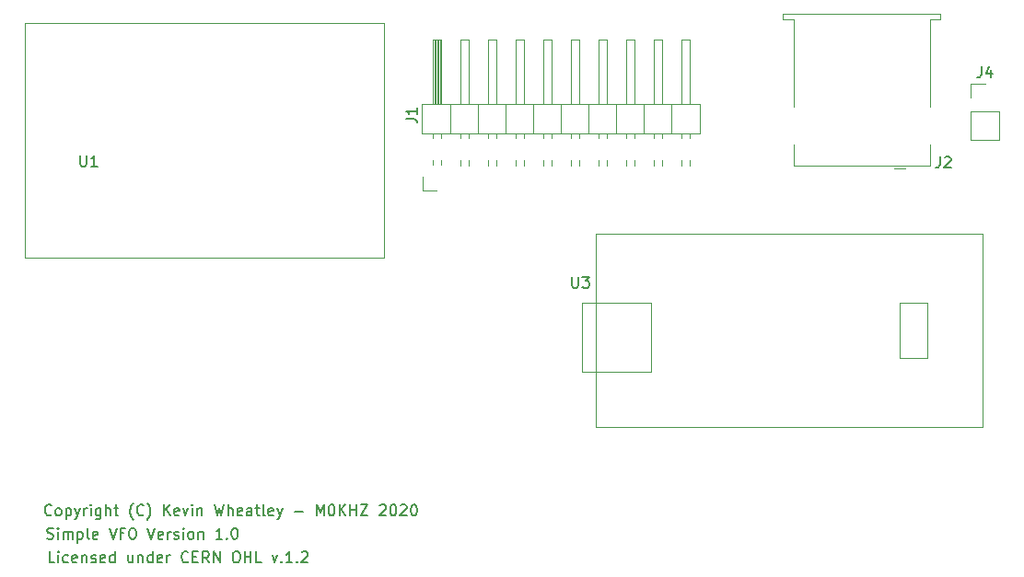
<source format=gto>
G04 #@! TF.GenerationSoftware,KiCad,Pcbnew,(5.1.4-0)*
G04 #@! TF.CreationDate,2020-04-06T12:50:51+01:00*
G04 #@! TF.ProjectId,Simple_VFO,53696d70-6c65-45f5-9646-4f2e6b696361,rev?*
G04 #@! TF.SameCoordinates,Original*
G04 #@! TF.FileFunction,Legend,Top*
G04 #@! TF.FilePolarity,Positive*
%FSLAX46Y46*%
G04 Gerber Fmt 4.6, Leading zero omitted, Abs format (unit mm)*
G04 Created by KiCad (PCBNEW (5.1.4-0)) date 2020-04-06 12:50:51*
%MOMM*%
%LPD*%
G04 APERTURE LIST*
%ADD10C,0.150000*%
%ADD11C,0.120000*%
G04 APERTURE END LIST*
D10*
X35228047Y-150185380D02*
X34751857Y-150185380D01*
X34751857Y-149185380D01*
X35561380Y-150185380D02*
X35561380Y-149518714D01*
X35561380Y-149185380D02*
X35513761Y-149233000D01*
X35561380Y-149280619D01*
X35609000Y-149233000D01*
X35561380Y-149185380D01*
X35561380Y-149280619D01*
X36466142Y-150137761D02*
X36370904Y-150185380D01*
X36180428Y-150185380D01*
X36085190Y-150137761D01*
X36037571Y-150090142D01*
X35989952Y-149994904D01*
X35989952Y-149709190D01*
X36037571Y-149613952D01*
X36085190Y-149566333D01*
X36180428Y-149518714D01*
X36370904Y-149518714D01*
X36466142Y-149566333D01*
X37275666Y-150137761D02*
X37180428Y-150185380D01*
X36989952Y-150185380D01*
X36894714Y-150137761D01*
X36847095Y-150042523D01*
X36847095Y-149661571D01*
X36894714Y-149566333D01*
X36989952Y-149518714D01*
X37180428Y-149518714D01*
X37275666Y-149566333D01*
X37323285Y-149661571D01*
X37323285Y-149756809D01*
X36847095Y-149852047D01*
X37751857Y-149518714D02*
X37751857Y-150185380D01*
X37751857Y-149613952D02*
X37799476Y-149566333D01*
X37894714Y-149518714D01*
X38037571Y-149518714D01*
X38132809Y-149566333D01*
X38180428Y-149661571D01*
X38180428Y-150185380D01*
X38609000Y-150137761D02*
X38704238Y-150185380D01*
X38894714Y-150185380D01*
X38989952Y-150137761D01*
X39037571Y-150042523D01*
X39037571Y-149994904D01*
X38989952Y-149899666D01*
X38894714Y-149852047D01*
X38751857Y-149852047D01*
X38656619Y-149804428D01*
X38609000Y-149709190D01*
X38609000Y-149661571D01*
X38656619Y-149566333D01*
X38751857Y-149518714D01*
X38894714Y-149518714D01*
X38989952Y-149566333D01*
X39847095Y-150137761D02*
X39751857Y-150185380D01*
X39561380Y-150185380D01*
X39466142Y-150137761D01*
X39418523Y-150042523D01*
X39418523Y-149661571D01*
X39466142Y-149566333D01*
X39561380Y-149518714D01*
X39751857Y-149518714D01*
X39847095Y-149566333D01*
X39894714Y-149661571D01*
X39894714Y-149756809D01*
X39418523Y-149852047D01*
X40751857Y-150185380D02*
X40751857Y-149185380D01*
X40751857Y-150137761D02*
X40656619Y-150185380D01*
X40466142Y-150185380D01*
X40370904Y-150137761D01*
X40323285Y-150090142D01*
X40275666Y-149994904D01*
X40275666Y-149709190D01*
X40323285Y-149613952D01*
X40370904Y-149566333D01*
X40466142Y-149518714D01*
X40656619Y-149518714D01*
X40751857Y-149566333D01*
X42418523Y-149518714D02*
X42418523Y-150185380D01*
X41989952Y-149518714D02*
X41989952Y-150042523D01*
X42037571Y-150137761D01*
X42132809Y-150185380D01*
X42275666Y-150185380D01*
X42370904Y-150137761D01*
X42418523Y-150090142D01*
X42894714Y-149518714D02*
X42894714Y-150185380D01*
X42894714Y-149613952D02*
X42942333Y-149566333D01*
X43037571Y-149518714D01*
X43180428Y-149518714D01*
X43275666Y-149566333D01*
X43323285Y-149661571D01*
X43323285Y-150185380D01*
X44228047Y-150185380D02*
X44228047Y-149185380D01*
X44228047Y-150137761D02*
X44132809Y-150185380D01*
X43942333Y-150185380D01*
X43847095Y-150137761D01*
X43799476Y-150090142D01*
X43751857Y-149994904D01*
X43751857Y-149709190D01*
X43799476Y-149613952D01*
X43847095Y-149566333D01*
X43942333Y-149518714D01*
X44132809Y-149518714D01*
X44228047Y-149566333D01*
X45085190Y-150137761D02*
X44989952Y-150185380D01*
X44799476Y-150185380D01*
X44704238Y-150137761D01*
X44656619Y-150042523D01*
X44656619Y-149661571D01*
X44704238Y-149566333D01*
X44799476Y-149518714D01*
X44989952Y-149518714D01*
X45085190Y-149566333D01*
X45132809Y-149661571D01*
X45132809Y-149756809D01*
X44656619Y-149852047D01*
X45561380Y-150185380D02*
X45561380Y-149518714D01*
X45561380Y-149709190D02*
X45609000Y-149613952D01*
X45656619Y-149566333D01*
X45751857Y-149518714D01*
X45847095Y-149518714D01*
X47513761Y-150090142D02*
X47466142Y-150137761D01*
X47323285Y-150185380D01*
X47228047Y-150185380D01*
X47085190Y-150137761D01*
X46989952Y-150042523D01*
X46942333Y-149947285D01*
X46894714Y-149756809D01*
X46894714Y-149613952D01*
X46942333Y-149423476D01*
X46989952Y-149328238D01*
X47085190Y-149233000D01*
X47228047Y-149185380D01*
X47323285Y-149185380D01*
X47466142Y-149233000D01*
X47513761Y-149280619D01*
X47942333Y-149661571D02*
X48275666Y-149661571D01*
X48418523Y-150185380D02*
X47942333Y-150185380D01*
X47942333Y-149185380D01*
X48418523Y-149185380D01*
X49418523Y-150185380D02*
X49085190Y-149709190D01*
X48847095Y-150185380D02*
X48847095Y-149185380D01*
X49228047Y-149185380D01*
X49323285Y-149233000D01*
X49370904Y-149280619D01*
X49418523Y-149375857D01*
X49418523Y-149518714D01*
X49370904Y-149613952D01*
X49323285Y-149661571D01*
X49228047Y-149709190D01*
X48847095Y-149709190D01*
X49847095Y-150185380D02*
X49847095Y-149185380D01*
X50418523Y-150185380D01*
X50418523Y-149185380D01*
X51847095Y-149185380D02*
X52037571Y-149185380D01*
X52132809Y-149233000D01*
X52228047Y-149328238D01*
X52275666Y-149518714D01*
X52275666Y-149852047D01*
X52228047Y-150042523D01*
X52132809Y-150137761D01*
X52037571Y-150185380D01*
X51847095Y-150185380D01*
X51751857Y-150137761D01*
X51656619Y-150042523D01*
X51609000Y-149852047D01*
X51609000Y-149518714D01*
X51656619Y-149328238D01*
X51751857Y-149233000D01*
X51847095Y-149185380D01*
X52704238Y-150185380D02*
X52704238Y-149185380D01*
X52704238Y-149661571D02*
X53275666Y-149661571D01*
X53275666Y-150185380D02*
X53275666Y-149185380D01*
X54228047Y-150185380D02*
X53751857Y-150185380D01*
X53751857Y-149185380D01*
X55228047Y-149518714D02*
X55466142Y-150185380D01*
X55704238Y-149518714D01*
X56085190Y-150090142D02*
X56132809Y-150137761D01*
X56085190Y-150185380D01*
X56037571Y-150137761D01*
X56085190Y-150090142D01*
X56085190Y-150185380D01*
X57085190Y-150185380D02*
X56513761Y-150185380D01*
X56799476Y-150185380D02*
X56799476Y-149185380D01*
X56704238Y-149328238D01*
X56609000Y-149423476D01*
X56513761Y-149471095D01*
X57513761Y-150090142D02*
X57561380Y-150137761D01*
X57513761Y-150185380D01*
X57466142Y-150137761D01*
X57513761Y-150090142D01*
X57513761Y-150185380D01*
X57942333Y-149280619D02*
X57989952Y-149233000D01*
X58085190Y-149185380D01*
X58323285Y-149185380D01*
X58418523Y-149233000D01*
X58466142Y-149280619D01*
X58513761Y-149375857D01*
X58513761Y-149471095D01*
X58466142Y-149613952D01*
X57894714Y-150185380D01*
X58513761Y-150185380D01*
X34545095Y-147978761D02*
X34687952Y-148026380D01*
X34926047Y-148026380D01*
X35021285Y-147978761D01*
X35068904Y-147931142D01*
X35116523Y-147835904D01*
X35116523Y-147740666D01*
X35068904Y-147645428D01*
X35021285Y-147597809D01*
X34926047Y-147550190D01*
X34735571Y-147502571D01*
X34640333Y-147454952D01*
X34592714Y-147407333D01*
X34545095Y-147312095D01*
X34545095Y-147216857D01*
X34592714Y-147121619D01*
X34640333Y-147074000D01*
X34735571Y-147026380D01*
X34973666Y-147026380D01*
X35116523Y-147074000D01*
X35545095Y-148026380D02*
X35545095Y-147359714D01*
X35545095Y-147026380D02*
X35497476Y-147074000D01*
X35545095Y-147121619D01*
X35592714Y-147074000D01*
X35545095Y-147026380D01*
X35545095Y-147121619D01*
X36021285Y-148026380D02*
X36021285Y-147359714D01*
X36021285Y-147454952D02*
X36068904Y-147407333D01*
X36164142Y-147359714D01*
X36307000Y-147359714D01*
X36402238Y-147407333D01*
X36449857Y-147502571D01*
X36449857Y-148026380D01*
X36449857Y-147502571D02*
X36497476Y-147407333D01*
X36592714Y-147359714D01*
X36735571Y-147359714D01*
X36830809Y-147407333D01*
X36878428Y-147502571D01*
X36878428Y-148026380D01*
X37354619Y-147359714D02*
X37354619Y-148359714D01*
X37354619Y-147407333D02*
X37449857Y-147359714D01*
X37640333Y-147359714D01*
X37735571Y-147407333D01*
X37783190Y-147454952D01*
X37830809Y-147550190D01*
X37830809Y-147835904D01*
X37783190Y-147931142D01*
X37735571Y-147978761D01*
X37640333Y-148026380D01*
X37449857Y-148026380D01*
X37354619Y-147978761D01*
X38402238Y-148026380D02*
X38307000Y-147978761D01*
X38259380Y-147883523D01*
X38259380Y-147026380D01*
X39164142Y-147978761D02*
X39068904Y-148026380D01*
X38878428Y-148026380D01*
X38783190Y-147978761D01*
X38735571Y-147883523D01*
X38735571Y-147502571D01*
X38783190Y-147407333D01*
X38878428Y-147359714D01*
X39068904Y-147359714D01*
X39164142Y-147407333D01*
X39211761Y-147502571D01*
X39211761Y-147597809D01*
X38735571Y-147693047D01*
X40259380Y-147026380D02*
X40592714Y-148026380D01*
X40926047Y-147026380D01*
X41592714Y-147502571D02*
X41259380Y-147502571D01*
X41259380Y-148026380D02*
X41259380Y-147026380D01*
X41735571Y-147026380D01*
X42307000Y-147026380D02*
X42497476Y-147026380D01*
X42592714Y-147074000D01*
X42687952Y-147169238D01*
X42735571Y-147359714D01*
X42735571Y-147693047D01*
X42687952Y-147883523D01*
X42592714Y-147978761D01*
X42497476Y-148026380D01*
X42307000Y-148026380D01*
X42211761Y-147978761D01*
X42116523Y-147883523D01*
X42068904Y-147693047D01*
X42068904Y-147359714D01*
X42116523Y-147169238D01*
X42211761Y-147074000D01*
X42307000Y-147026380D01*
X43783190Y-147026380D02*
X44116523Y-148026380D01*
X44449857Y-147026380D01*
X45164142Y-147978761D02*
X45068904Y-148026380D01*
X44878428Y-148026380D01*
X44783190Y-147978761D01*
X44735571Y-147883523D01*
X44735571Y-147502571D01*
X44783190Y-147407333D01*
X44878428Y-147359714D01*
X45068904Y-147359714D01*
X45164142Y-147407333D01*
X45211761Y-147502571D01*
X45211761Y-147597809D01*
X44735571Y-147693047D01*
X45640333Y-148026380D02*
X45640333Y-147359714D01*
X45640333Y-147550190D02*
X45687952Y-147454952D01*
X45735571Y-147407333D01*
X45830809Y-147359714D01*
X45926047Y-147359714D01*
X46211761Y-147978761D02*
X46306999Y-148026380D01*
X46497476Y-148026380D01*
X46592714Y-147978761D01*
X46640333Y-147883523D01*
X46640333Y-147835904D01*
X46592714Y-147740666D01*
X46497476Y-147693047D01*
X46354619Y-147693047D01*
X46259380Y-147645428D01*
X46211761Y-147550190D01*
X46211761Y-147502571D01*
X46259380Y-147407333D01*
X46354619Y-147359714D01*
X46497476Y-147359714D01*
X46592714Y-147407333D01*
X47068904Y-148026380D02*
X47068904Y-147359714D01*
X47068904Y-147026380D02*
X47021285Y-147074000D01*
X47068904Y-147121619D01*
X47116523Y-147074000D01*
X47068904Y-147026380D01*
X47068904Y-147121619D01*
X47687952Y-148026380D02*
X47592714Y-147978761D01*
X47545095Y-147931142D01*
X47497476Y-147835904D01*
X47497476Y-147550190D01*
X47545095Y-147454952D01*
X47592714Y-147407333D01*
X47687952Y-147359714D01*
X47830809Y-147359714D01*
X47926047Y-147407333D01*
X47973666Y-147454952D01*
X48021285Y-147550190D01*
X48021285Y-147835904D01*
X47973666Y-147931142D01*
X47926047Y-147978761D01*
X47830809Y-148026380D01*
X47687952Y-148026380D01*
X48449857Y-147359714D02*
X48449857Y-148026380D01*
X48449857Y-147454952D02*
X48497476Y-147407333D01*
X48592714Y-147359714D01*
X48735571Y-147359714D01*
X48830809Y-147407333D01*
X48878428Y-147502571D01*
X48878428Y-148026380D01*
X50640333Y-148026380D02*
X50068904Y-148026380D01*
X50354619Y-148026380D02*
X50354619Y-147026380D01*
X50259380Y-147169238D01*
X50164142Y-147264476D01*
X50068904Y-147312095D01*
X51068904Y-147931142D02*
X51116523Y-147978761D01*
X51068904Y-148026380D01*
X51021285Y-147978761D01*
X51068904Y-147931142D01*
X51068904Y-148026380D01*
X51735571Y-147026380D02*
X51830809Y-147026380D01*
X51926047Y-147074000D01*
X51973666Y-147121619D01*
X52021285Y-147216857D01*
X52068904Y-147407333D01*
X52068904Y-147645428D01*
X52021285Y-147835904D01*
X51973666Y-147931142D01*
X51926047Y-147978761D01*
X51830809Y-148026380D01*
X51735571Y-148026380D01*
X51640333Y-147978761D01*
X51592714Y-147931142D01*
X51545095Y-147835904D01*
X51497476Y-147645428D01*
X51497476Y-147407333D01*
X51545095Y-147216857D01*
X51592714Y-147121619D01*
X51640333Y-147074000D01*
X51735571Y-147026380D01*
X34935000Y-145772142D02*
X34887380Y-145819761D01*
X34744523Y-145867380D01*
X34649285Y-145867380D01*
X34506428Y-145819761D01*
X34411190Y-145724523D01*
X34363571Y-145629285D01*
X34315952Y-145438809D01*
X34315952Y-145295952D01*
X34363571Y-145105476D01*
X34411190Y-145010238D01*
X34506428Y-144915000D01*
X34649285Y-144867380D01*
X34744523Y-144867380D01*
X34887380Y-144915000D01*
X34935000Y-144962619D01*
X35506428Y-145867380D02*
X35411190Y-145819761D01*
X35363571Y-145772142D01*
X35315952Y-145676904D01*
X35315952Y-145391190D01*
X35363571Y-145295952D01*
X35411190Y-145248333D01*
X35506428Y-145200714D01*
X35649285Y-145200714D01*
X35744523Y-145248333D01*
X35792142Y-145295952D01*
X35839761Y-145391190D01*
X35839761Y-145676904D01*
X35792142Y-145772142D01*
X35744523Y-145819761D01*
X35649285Y-145867380D01*
X35506428Y-145867380D01*
X36268333Y-145200714D02*
X36268333Y-146200714D01*
X36268333Y-145248333D02*
X36363571Y-145200714D01*
X36554047Y-145200714D01*
X36649285Y-145248333D01*
X36696904Y-145295952D01*
X36744523Y-145391190D01*
X36744523Y-145676904D01*
X36696904Y-145772142D01*
X36649285Y-145819761D01*
X36554047Y-145867380D01*
X36363571Y-145867380D01*
X36268333Y-145819761D01*
X37077857Y-145200714D02*
X37315952Y-145867380D01*
X37554047Y-145200714D02*
X37315952Y-145867380D01*
X37220714Y-146105476D01*
X37173095Y-146153095D01*
X37077857Y-146200714D01*
X37935000Y-145867380D02*
X37935000Y-145200714D01*
X37935000Y-145391190D02*
X37982619Y-145295952D01*
X38030238Y-145248333D01*
X38125476Y-145200714D01*
X38220714Y-145200714D01*
X38554047Y-145867380D02*
X38554047Y-145200714D01*
X38554047Y-144867380D02*
X38506428Y-144915000D01*
X38554047Y-144962619D01*
X38601666Y-144915000D01*
X38554047Y-144867380D01*
X38554047Y-144962619D01*
X39458809Y-145200714D02*
X39458809Y-146010238D01*
X39411190Y-146105476D01*
X39363571Y-146153095D01*
X39268333Y-146200714D01*
X39125476Y-146200714D01*
X39030238Y-146153095D01*
X39458809Y-145819761D02*
X39363571Y-145867380D01*
X39173095Y-145867380D01*
X39077857Y-145819761D01*
X39030238Y-145772142D01*
X38982619Y-145676904D01*
X38982619Y-145391190D01*
X39030238Y-145295952D01*
X39077857Y-145248333D01*
X39173095Y-145200714D01*
X39363571Y-145200714D01*
X39458809Y-145248333D01*
X39935000Y-145867380D02*
X39935000Y-144867380D01*
X40363571Y-145867380D02*
X40363571Y-145343571D01*
X40315952Y-145248333D01*
X40220714Y-145200714D01*
X40077857Y-145200714D01*
X39982619Y-145248333D01*
X39935000Y-145295952D01*
X40696904Y-145200714D02*
X41077857Y-145200714D01*
X40839761Y-144867380D02*
X40839761Y-145724523D01*
X40887380Y-145819761D01*
X40982619Y-145867380D01*
X41077857Y-145867380D01*
X42458809Y-146248333D02*
X42411190Y-146200714D01*
X42315952Y-146057857D01*
X42268333Y-145962619D01*
X42220714Y-145819761D01*
X42173095Y-145581666D01*
X42173095Y-145391190D01*
X42220714Y-145153095D01*
X42268333Y-145010238D01*
X42315952Y-144915000D01*
X42411190Y-144772142D01*
X42458809Y-144724523D01*
X43411190Y-145772142D02*
X43363571Y-145819761D01*
X43220714Y-145867380D01*
X43125476Y-145867380D01*
X42982619Y-145819761D01*
X42887380Y-145724523D01*
X42839761Y-145629285D01*
X42792142Y-145438809D01*
X42792142Y-145295952D01*
X42839761Y-145105476D01*
X42887380Y-145010238D01*
X42982619Y-144915000D01*
X43125476Y-144867380D01*
X43220714Y-144867380D01*
X43363571Y-144915000D01*
X43411190Y-144962619D01*
X43744523Y-146248333D02*
X43792142Y-146200714D01*
X43887380Y-146057857D01*
X43935000Y-145962619D01*
X43982619Y-145819761D01*
X44030238Y-145581666D01*
X44030238Y-145391190D01*
X43982619Y-145153095D01*
X43935000Y-145010238D01*
X43887380Y-144915000D01*
X43792142Y-144772142D01*
X43744523Y-144724523D01*
X45268333Y-145867380D02*
X45268333Y-144867380D01*
X45839761Y-145867380D02*
X45411190Y-145295952D01*
X45839761Y-144867380D02*
X45268333Y-145438809D01*
X46649285Y-145819761D02*
X46554047Y-145867380D01*
X46363571Y-145867380D01*
X46268333Y-145819761D01*
X46220714Y-145724523D01*
X46220714Y-145343571D01*
X46268333Y-145248333D01*
X46363571Y-145200714D01*
X46554047Y-145200714D01*
X46649285Y-145248333D01*
X46696904Y-145343571D01*
X46696904Y-145438809D01*
X46220714Y-145534047D01*
X47030238Y-145200714D02*
X47268333Y-145867380D01*
X47506428Y-145200714D01*
X47887380Y-145867380D02*
X47887380Y-145200714D01*
X47887380Y-144867380D02*
X47839761Y-144915000D01*
X47887380Y-144962619D01*
X47935000Y-144915000D01*
X47887380Y-144867380D01*
X47887380Y-144962619D01*
X48363571Y-145200714D02*
X48363571Y-145867380D01*
X48363571Y-145295952D02*
X48411190Y-145248333D01*
X48506428Y-145200714D01*
X48649285Y-145200714D01*
X48744523Y-145248333D01*
X48792142Y-145343571D01*
X48792142Y-145867380D01*
X49935000Y-144867380D02*
X50173095Y-145867380D01*
X50363571Y-145153095D01*
X50554047Y-145867380D01*
X50792142Y-144867380D01*
X51173095Y-145867380D02*
X51173095Y-144867380D01*
X51601666Y-145867380D02*
X51601666Y-145343571D01*
X51554047Y-145248333D01*
X51458809Y-145200714D01*
X51315952Y-145200714D01*
X51220714Y-145248333D01*
X51173095Y-145295952D01*
X52458809Y-145819761D02*
X52363571Y-145867380D01*
X52173095Y-145867380D01*
X52077857Y-145819761D01*
X52030238Y-145724523D01*
X52030238Y-145343571D01*
X52077857Y-145248333D01*
X52173095Y-145200714D01*
X52363571Y-145200714D01*
X52458809Y-145248333D01*
X52506428Y-145343571D01*
X52506428Y-145438809D01*
X52030238Y-145534047D01*
X53363571Y-145867380D02*
X53363571Y-145343571D01*
X53315952Y-145248333D01*
X53220714Y-145200714D01*
X53030238Y-145200714D01*
X52935000Y-145248333D01*
X53363571Y-145819761D02*
X53268333Y-145867380D01*
X53030238Y-145867380D01*
X52935000Y-145819761D01*
X52887380Y-145724523D01*
X52887380Y-145629285D01*
X52935000Y-145534047D01*
X53030238Y-145486428D01*
X53268333Y-145486428D01*
X53363571Y-145438809D01*
X53696904Y-145200714D02*
X54077857Y-145200714D01*
X53839761Y-144867380D02*
X53839761Y-145724523D01*
X53887380Y-145819761D01*
X53982619Y-145867380D01*
X54077857Y-145867380D01*
X54554047Y-145867380D02*
X54458809Y-145819761D01*
X54411190Y-145724523D01*
X54411190Y-144867380D01*
X55315952Y-145819761D02*
X55220714Y-145867380D01*
X55030238Y-145867380D01*
X54935000Y-145819761D01*
X54887380Y-145724523D01*
X54887380Y-145343571D01*
X54935000Y-145248333D01*
X55030238Y-145200714D01*
X55220714Y-145200714D01*
X55315952Y-145248333D01*
X55363571Y-145343571D01*
X55363571Y-145438809D01*
X54887380Y-145534047D01*
X55696904Y-145200714D02*
X55935000Y-145867380D01*
X56173095Y-145200714D02*
X55935000Y-145867380D01*
X55839761Y-146105476D01*
X55792142Y-146153095D01*
X55696904Y-146200714D01*
X57315952Y-145486428D02*
X58077857Y-145486428D01*
X59315952Y-145867380D02*
X59315952Y-144867380D01*
X59649285Y-145581666D01*
X59982619Y-144867380D01*
X59982619Y-145867380D01*
X60649285Y-144867380D02*
X60744523Y-144867380D01*
X60839761Y-144915000D01*
X60887380Y-144962619D01*
X60934999Y-145057857D01*
X60982619Y-145248333D01*
X60982619Y-145486428D01*
X60934999Y-145676904D01*
X60887380Y-145772142D01*
X60839761Y-145819761D01*
X60744523Y-145867380D01*
X60649285Y-145867380D01*
X60554047Y-145819761D01*
X60506428Y-145772142D01*
X60458809Y-145676904D01*
X60411190Y-145486428D01*
X60411190Y-145248333D01*
X60458809Y-145057857D01*
X60506428Y-144962619D01*
X60554047Y-144915000D01*
X60649285Y-144867380D01*
X61411190Y-145867380D02*
X61411190Y-144867380D01*
X61982619Y-145867380D02*
X61554047Y-145295952D01*
X61982619Y-144867380D02*
X61411190Y-145438809D01*
X62411190Y-145867380D02*
X62411190Y-144867380D01*
X62411190Y-145343571D02*
X62982619Y-145343571D01*
X62982619Y-145867380D02*
X62982619Y-144867380D01*
X63363571Y-144867380D02*
X64030238Y-144867380D01*
X63363571Y-145867380D01*
X64030238Y-145867380D01*
X65125476Y-144962619D02*
X65173095Y-144915000D01*
X65268333Y-144867380D01*
X65506428Y-144867380D01*
X65601666Y-144915000D01*
X65649285Y-144962619D01*
X65696904Y-145057857D01*
X65696904Y-145153095D01*
X65649285Y-145295952D01*
X65077857Y-145867380D01*
X65696904Y-145867380D01*
X66315952Y-144867380D02*
X66411190Y-144867380D01*
X66506428Y-144915000D01*
X66554047Y-144962619D01*
X66601666Y-145057857D01*
X66649285Y-145248333D01*
X66649285Y-145486428D01*
X66601666Y-145676904D01*
X66554047Y-145772142D01*
X66506428Y-145819761D01*
X66411190Y-145867380D01*
X66315952Y-145867380D01*
X66220714Y-145819761D01*
X66173095Y-145772142D01*
X66125476Y-145676904D01*
X66077857Y-145486428D01*
X66077857Y-145248333D01*
X66125476Y-145057857D01*
X66173095Y-144962619D01*
X66220714Y-144915000D01*
X66315952Y-144867380D01*
X67030238Y-144962619D02*
X67077857Y-144915000D01*
X67173095Y-144867380D01*
X67411190Y-144867380D01*
X67506428Y-144915000D01*
X67554047Y-144962619D01*
X67601666Y-145057857D01*
X67601666Y-145153095D01*
X67554047Y-145295952D01*
X66982619Y-145867380D01*
X67601666Y-145867380D01*
X68220714Y-144867380D02*
X68315952Y-144867380D01*
X68411190Y-144915000D01*
X68458809Y-144962619D01*
X68506428Y-145057857D01*
X68554047Y-145248333D01*
X68554047Y-145486428D01*
X68506428Y-145676904D01*
X68458809Y-145772142D01*
X68411190Y-145819761D01*
X68315952Y-145867380D01*
X68220714Y-145867380D01*
X68125476Y-145819761D01*
X68077857Y-145772142D01*
X68030238Y-145676904D01*
X67982619Y-145486428D01*
X67982619Y-145248333D01*
X68030238Y-145057857D01*
X68077857Y-144962619D01*
X68125476Y-144915000D01*
X68220714Y-144867380D01*
D11*
X84950000Y-119980000D02*
X120510000Y-119980000D01*
X120510000Y-119980000D02*
X120510000Y-137760000D01*
X120510000Y-137760000D02*
X84950000Y-137760000D01*
X84950000Y-137760000D02*
X84950000Y-119980000D01*
X83680000Y-126330000D02*
X90030000Y-126330000D01*
X90030000Y-126330000D02*
X90030000Y-132680000D01*
X90030000Y-132680000D02*
X83680000Y-132680000D01*
X83680000Y-132680000D02*
X83680000Y-126330000D01*
X114160000Y-126330000D02*
X115430000Y-126330000D01*
X115430000Y-126330000D02*
X115430000Y-131410000D01*
X115430000Y-131410000D02*
X112890000Y-131410000D01*
X112890000Y-131410000D02*
X112890000Y-126330000D01*
X112890000Y-126330000D02*
X114160000Y-126330000D01*
X32512000Y-100584000D02*
X32512000Y-122174000D01*
X65532000Y-100584000D02*
X32512000Y-100584000D01*
X65532000Y-122174000D02*
X65532000Y-100584000D01*
X32512000Y-122174000D02*
X65532000Y-122174000D01*
X69088000Y-115951000D02*
X69088000Y-114681000D01*
X70358000Y-115951000D02*
X69088000Y-115951000D01*
X93598000Y-113638071D02*
X93598000Y-113183929D01*
X92838000Y-113638071D02*
X92838000Y-113183929D01*
X93598000Y-111098071D02*
X93598000Y-110701000D01*
X92838000Y-111098071D02*
X92838000Y-110701000D01*
X93598000Y-102041000D02*
X93598000Y-108041000D01*
X92838000Y-102041000D02*
X93598000Y-102041000D01*
X92838000Y-108041000D02*
X92838000Y-102041000D01*
X91948000Y-110701000D02*
X91948000Y-108041000D01*
X91058000Y-113638071D02*
X91058000Y-113183929D01*
X90298000Y-113638071D02*
X90298000Y-113183929D01*
X91058000Y-111098071D02*
X91058000Y-110701000D01*
X90298000Y-111098071D02*
X90298000Y-110701000D01*
X91058000Y-102041000D02*
X91058000Y-108041000D01*
X90298000Y-102041000D02*
X91058000Y-102041000D01*
X90298000Y-108041000D02*
X90298000Y-102041000D01*
X89408000Y-110701000D02*
X89408000Y-108041000D01*
X88518000Y-113638071D02*
X88518000Y-113183929D01*
X87758000Y-113638071D02*
X87758000Y-113183929D01*
X88518000Y-111098071D02*
X88518000Y-110701000D01*
X87758000Y-111098071D02*
X87758000Y-110701000D01*
X88518000Y-102041000D02*
X88518000Y-108041000D01*
X87758000Y-102041000D02*
X88518000Y-102041000D01*
X87758000Y-108041000D02*
X87758000Y-102041000D01*
X86868000Y-110701000D02*
X86868000Y-108041000D01*
X85978000Y-113638071D02*
X85978000Y-113183929D01*
X85218000Y-113638071D02*
X85218000Y-113183929D01*
X85978000Y-111098071D02*
X85978000Y-110701000D01*
X85218000Y-111098071D02*
X85218000Y-110701000D01*
X85978000Y-102041000D02*
X85978000Y-108041000D01*
X85218000Y-102041000D02*
X85978000Y-102041000D01*
X85218000Y-108041000D02*
X85218000Y-102041000D01*
X84328000Y-110701000D02*
X84328000Y-108041000D01*
X83438000Y-113638071D02*
X83438000Y-113183929D01*
X82678000Y-113638071D02*
X82678000Y-113183929D01*
X83438000Y-111098071D02*
X83438000Y-110701000D01*
X82678000Y-111098071D02*
X82678000Y-110701000D01*
X83438000Y-102041000D02*
X83438000Y-108041000D01*
X82678000Y-102041000D02*
X83438000Y-102041000D01*
X82678000Y-108041000D02*
X82678000Y-102041000D01*
X81788000Y-110701000D02*
X81788000Y-108041000D01*
X80898000Y-113638071D02*
X80898000Y-113183929D01*
X80138000Y-113638071D02*
X80138000Y-113183929D01*
X80898000Y-111098071D02*
X80898000Y-110701000D01*
X80138000Y-111098071D02*
X80138000Y-110701000D01*
X80898000Y-102041000D02*
X80898000Y-108041000D01*
X80138000Y-102041000D02*
X80898000Y-102041000D01*
X80138000Y-108041000D02*
X80138000Y-102041000D01*
X79248000Y-110701000D02*
X79248000Y-108041000D01*
X78358000Y-113638071D02*
X78358000Y-113183929D01*
X77598000Y-113638071D02*
X77598000Y-113183929D01*
X78358000Y-111098071D02*
X78358000Y-110701000D01*
X77598000Y-111098071D02*
X77598000Y-110701000D01*
X78358000Y-102041000D02*
X78358000Y-108041000D01*
X77598000Y-102041000D02*
X78358000Y-102041000D01*
X77598000Y-108041000D02*
X77598000Y-102041000D01*
X76708000Y-110701000D02*
X76708000Y-108041000D01*
X75818000Y-113638071D02*
X75818000Y-113183929D01*
X75058000Y-113638071D02*
X75058000Y-113183929D01*
X75818000Y-111098071D02*
X75818000Y-110701000D01*
X75058000Y-111098071D02*
X75058000Y-110701000D01*
X75818000Y-102041000D02*
X75818000Y-108041000D01*
X75058000Y-102041000D02*
X75818000Y-102041000D01*
X75058000Y-108041000D02*
X75058000Y-102041000D01*
X74168000Y-110701000D02*
X74168000Y-108041000D01*
X73278000Y-113638071D02*
X73278000Y-113183929D01*
X72518000Y-113638071D02*
X72518000Y-113183929D01*
X73278000Y-111098071D02*
X73278000Y-110701000D01*
X72518000Y-111098071D02*
X72518000Y-110701000D01*
X73278000Y-102041000D02*
X73278000Y-108041000D01*
X72518000Y-102041000D02*
X73278000Y-102041000D01*
X72518000Y-108041000D02*
X72518000Y-102041000D01*
X71628000Y-110701000D02*
X71628000Y-108041000D01*
X70738000Y-113571000D02*
X70738000Y-113183929D01*
X69978000Y-113571000D02*
X69978000Y-113183929D01*
X70738000Y-111098071D02*
X70738000Y-110701000D01*
X69978000Y-111098071D02*
X69978000Y-110701000D01*
X70638000Y-108041000D02*
X70638000Y-102041000D01*
X70518000Y-108041000D02*
X70518000Y-102041000D01*
X70398000Y-108041000D02*
X70398000Y-102041000D01*
X70278000Y-108041000D02*
X70278000Y-102041000D01*
X70158000Y-108041000D02*
X70158000Y-102041000D01*
X70038000Y-108041000D02*
X70038000Y-102041000D01*
X70738000Y-102041000D02*
X70738000Y-108041000D01*
X69978000Y-102041000D02*
X70738000Y-102041000D01*
X69978000Y-108041000D02*
X69978000Y-102041000D01*
X69028000Y-108041000D02*
X69028000Y-110701000D01*
X94548000Y-108041000D02*
X69028000Y-108041000D01*
X94548000Y-110701000D02*
X94548000Y-108041000D01*
X69028000Y-110701000D02*
X94548000Y-110701000D01*
X113430000Y-113970000D02*
X112430000Y-113970000D01*
X116680000Y-100220000D02*
X116680000Y-99720000D01*
X115680000Y-100220000D02*
X116680000Y-100220000D01*
X115680000Y-108220000D02*
X115680000Y-100220000D01*
X115680000Y-113720000D02*
X115680000Y-111720000D01*
X103180000Y-113720000D02*
X115680000Y-113720000D01*
X103180000Y-111720000D02*
X103180000Y-113720000D01*
X103180000Y-100220000D02*
X103180000Y-108220000D01*
X102180000Y-100220000D02*
X103180000Y-100220000D01*
X102180000Y-99720000D02*
X102180000Y-100220000D01*
X116680000Y-99720000D02*
X102180000Y-99720000D01*
X119447000Y-111312000D02*
X122107000Y-111312000D01*
X119447000Y-108712000D02*
X119447000Y-111312000D01*
X122107000Y-108712000D02*
X122107000Y-111312000D01*
X119447000Y-108712000D02*
X122107000Y-108712000D01*
X119447000Y-107442000D02*
X119447000Y-106112000D01*
X119447000Y-106112000D02*
X120777000Y-106112000D01*
D10*
X82804095Y-123912380D02*
X82804095Y-124721904D01*
X82851714Y-124817142D01*
X82899333Y-124864761D01*
X82994571Y-124912380D01*
X83185047Y-124912380D01*
X83280285Y-124864761D01*
X83327904Y-124817142D01*
X83375523Y-124721904D01*
X83375523Y-123912380D01*
X83756476Y-123912380D02*
X84375523Y-123912380D01*
X84042190Y-124293333D01*
X84185047Y-124293333D01*
X84280285Y-124340952D01*
X84327904Y-124388571D01*
X84375523Y-124483809D01*
X84375523Y-124721904D01*
X84327904Y-124817142D01*
X84280285Y-124864761D01*
X84185047Y-124912380D01*
X83899333Y-124912380D01*
X83804095Y-124864761D01*
X83756476Y-124817142D01*
X37592095Y-112736380D02*
X37592095Y-113545904D01*
X37639714Y-113641142D01*
X37687333Y-113688761D01*
X37782571Y-113736380D01*
X37973047Y-113736380D01*
X38068285Y-113688761D01*
X38115904Y-113641142D01*
X38163523Y-113545904D01*
X38163523Y-112736380D01*
X39163523Y-113736380D02*
X38592095Y-113736380D01*
X38877809Y-113736380D02*
X38877809Y-112736380D01*
X38782571Y-112879238D01*
X38687333Y-112974476D01*
X38592095Y-113022095D01*
X67540380Y-109359333D02*
X68254666Y-109359333D01*
X68397523Y-109406952D01*
X68492761Y-109502190D01*
X68540380Y-109645047D01*
X68540380Y-109740285D01*
X68540380Y-108359333D02*
X68540380Y-108930761D01*
X68540380Y-108645047D02*
X67540380Y-108645047D01*
X67683238Y-108740285D01*
X67778476Y-108835523D01*
X67826095Y-108930761D01*
X116633666Y-112863380D02*
X116633666Y-113577666D01*
X116586047Y-113720523D01*
X116490809Y-113815761D01*
X116347952Y-113863380D01*
X116252714Y-113863380D01*
X117062238Y-112958619D02*
X117109857Y-112911000D01*
X117205095Y-112863380D01*
X117443190Y-112863380D01*
X117538428Y-112911000D01*
X117586047Y-112958619D01*
X117633666Y-113053857D01*
X117633666Y-113149095D01*
X117586047Y-113291952D01*
X117014619Y-113863380D01*
X117633666Y-113863380D01*
X120443666Y-104564380D02*
X120443666Y-105278666D01*
X120396047Y-105421523D01*
X120300809Y-105516761D01*
X120157952Y-105564380D01*
X120062714Y-105564380D01*
X121348428Y-104897714D02*
X121348428Y-105564380D01*
X121110333Y-104516761D02*
X120872238Y-105231047D01*
X121491285Y-105231047D01*
M02*

</source>
